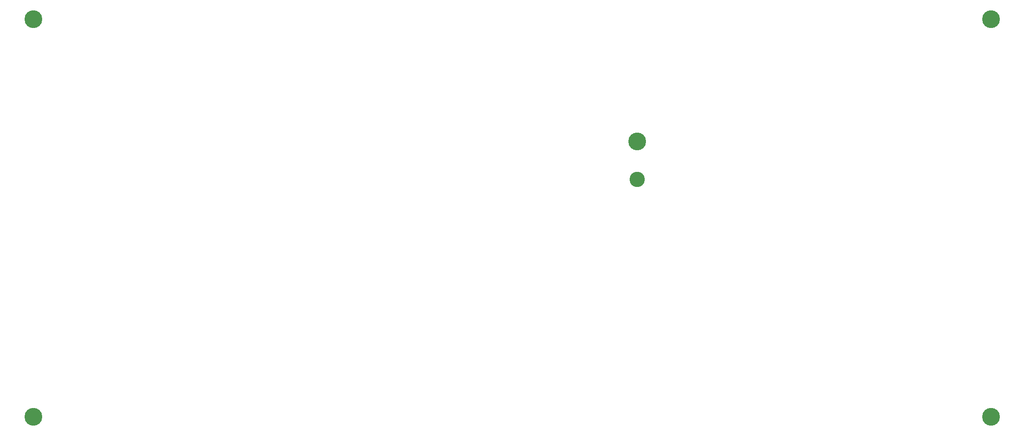
<source format=gbr>
G04 #@! TF.GenerationSoftware,KiCad,Pcbnew,(5.1.8)-1*
G04 #@! TF.CreationDate,2021-03-16T09:30:59+01:00*
G04 #@! TF.ProjectId,pfm3_topsurface,70666d33-5f74-46f7-9073-757266616365,v1.2 / 176*
G04 #@! TF.SameCoordinates,Original*
G04 #@! TF.FileFunction,Soldermask,Bot*
G04 #@! TF.FilePolarity,Negative*
%FSLAX46Y46*%
G04 Gerber Fmt 4.6, Leading zero omitted, Abs format (unit mm)*
G04 Created by KiCad (PCBNEW (5.1.8)-1) date 2021-03-16 09:30:59*
%MOMM*%
%LPD*%
G01*
G04 APERTURE LIST*
%ADD10C,3.602000*%
%ADD11C,3.102000*%
G04 APERTURE END LIST*
D10*
X173370000Y-66020000D03*
D11*
X173370000Y-73767000D03*
D10*
X50800000Y-121920000D03*
X50800000Y-41275000D03*
X245110000Y-41275000D03*
X245110000Y-121920000D03*
M02*

</source>
